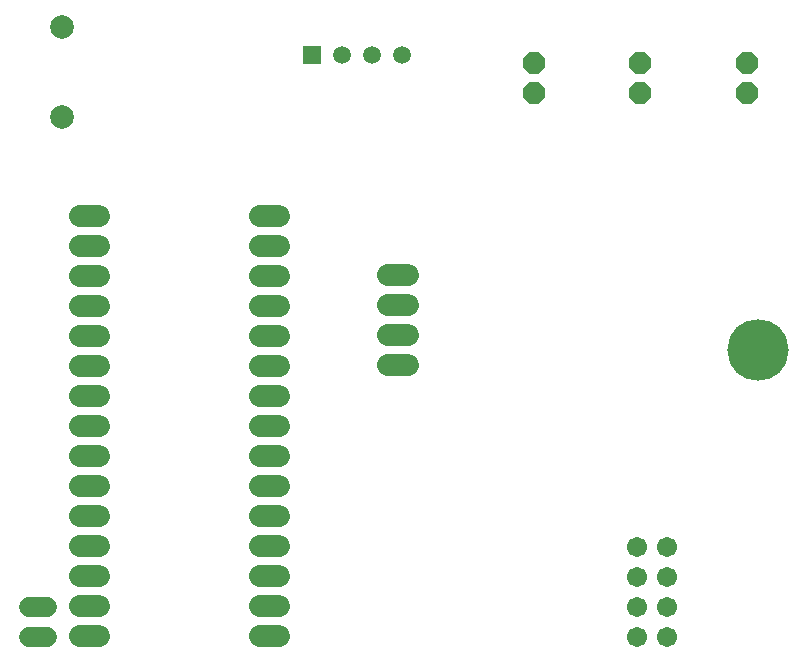
<source format=gbr>
G04 EAGLE Gerber RS-274X export*
G75*
%MOMM*%
%FSLAX34Y34*%
%LPD*%
%AMOC8*
5,1,8,0,0,1.08239X$1,22.5*%
G01*
%ADD10C,1.853200*%
%ADD11P,2.034460X8X112.500000*%
%ADD12C,2.003200*%
%ADD13C,5.203200*%
%ADD14C,1.711200*%
%ADD15R,1.511200X1.511200*%
%ADD16C,1.511200*%
%ADD17C,1.711200*%


D10*
X615550Y723200D02*
X632050Y723200D01*
X632050Y697800D02*
X615550Y697800D01*
X615550Y672400D02*
X632050Y672400D01*
X632050Y647000D02*
X615550Y647000D01*
X615550Y621600D02*
X632050Y621600D01*
X632050Y596200D02*
X615550Y596200D01*
X615550Y570800D02*
X632050Y570800D01*
X632050Y545400D02*
X615550Y545400D01*
X615550Y520000D02*
X632050Y520000D01*
X632050Y494600D02*
X615550Y494600D01*
X615550Y469200D02*
X632050Y469200D01*
X632050Y443800D02*
X615550Y443800D01*
X615550Y418400D02*
X632050Y418400D01*
X632050Y393000D02*
X615550Y393000D01*
X615550Y367600D02*
X632050Y367600D01*
X767950Y723200D02*
X784450Y723200D01*
X784450Y697800D02*
X767950Y697800D01*
X767950Y672400D02*
X784450Y672400D01*
X784450Y647000D02*
X767950Y647000D01*
X767950Y621600D02*
X784450Y621600D01*
X784450Y596200D02*
X767950Y596200D01*
X767950Y570800D02*
X784450Y570800D01*
X784450Y545400D02*
X767950Y545400D01*
X767950Y520000D02*
X784450Y520000D01*
X784450Y494600D02*
X767950Y494600D01*
X767950Y469200D02*
X784450Y469200D01*
X784450Y443800D02*
X767950Y443800D01*
X767950Y418400D02*
X784450Y418400D01*
X784450Y393000D02*
X767950Y393000D01*
X767950Y367600D02*
X784450Y367600D01*
D11*
X1000000Y827300D03*
X1000000Y852700D03*
X1090000Y827300D03*
X1090000Y852700D03*
X1180000Y827300D03*
X1180000Y852700D03*
D12*
X600000Y883100D03*
X600000Y806900D03*
D10*
X876650Y596900D02*
X893150Y596900D01*
X893150Y622300D02*
X876650Y622300D01*
X876650Y647700D02*
X893150Y647700D01*
X893150Y673100D02*
X876650Y673100D01*
D13*
X1189700Y609600D03*
D14*
X1087400Y366900D03*
X1087400Y392300D03*
X1087400Y417700D03*
X1112800Y417700D03*
X1112800Y392300D03*
X1112800Y366900D03*
X1112800Y443100D03*
X1087400Y443100D03*
D15*
X811900Y860000D03*
D16*
X837300Y860000D03*
X862700Y860000D03*
X888100Y860000D03*
D17*
X587740Y392600D02*
X572660Y392600D01*
X572660Y367200D02*
X587740Y367200D01*
M02*

</source>
